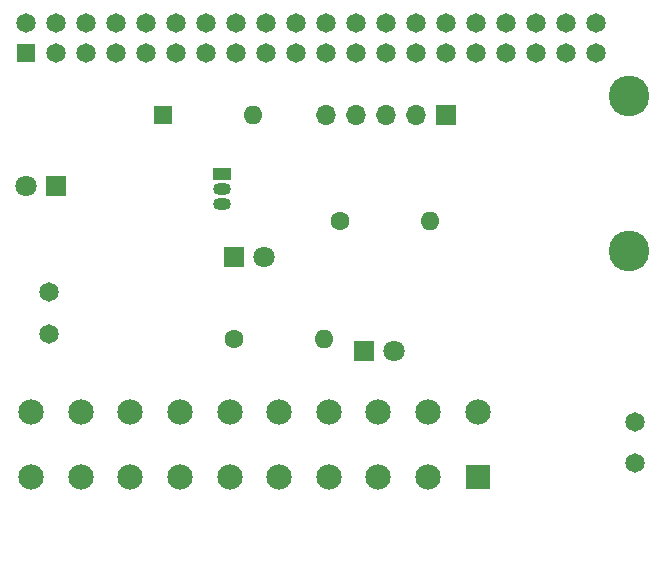
<source format=gbr>
%TF.GenerationSoftware,KiCad,Pcbnew,(6.0.9)*%
%TF.CreationDate,2022-12-10T23:12:21+01:00*%
%TF.ProjectId,ANET_ATX,414e4554-5f41-4545-982e-6b696361645f,rev?*%
%TF.SameCoordinates,Original*%
%TF.FileFunction,Soldermask,Bot*%
%TF.FilePolarity,Negative*%
%FSLAX46Y46*%
G04 Gerber Fmt 4.6, Leading zero omitted, Abs format (unit mm)*
G04 Created by KiCad (PCBNEW (6.0.9)) date 2022-12-10 23:12:21*
%MOMM*%
%LPD*%
G01*
G04 APERTURE LIST*
%ADD10R,1.600000X1.600000*%
%ADD11O,1.600000X1.600000*%
%ADD12C,1.650000*%
%ADD13C,0.001000*%
%ADD14R,2.150000X2.150000*%
%ADD15C,2.150000*%
%ADD16R,1.700000X1.700000*%
%ADD17O,1.700000X1.700000*%
%ADD18R,1.800000X1.800000*%
%ADD19C,1.800000*%
%ADD20C,1.600000*%
%ADD21C,3.450000*%
%ADD22R,1.650000X1.650000*%
%ADD23R,1.500000X1.050000*%
%ADD24O,1.500000X1.050000*%
G04 APERTURE END LIST*
D10*
%TO.C,SW1HWSTART1*%
X68000000Y-70000000D03*
D11*
X75620000Y-70000000D03*
%TD*%
D12*
%TO.C,J4*%
X107945000Y-96000000D03*
X107945000Y-99500000D03*
%TD*%
D13*
%TO.C,J2ATX1*%
X56850000Y-107950000D03*
X94650000Y-107950000D03*
D14*
X94650000Y-100650000D03*
D15*
X90450000Y-100650000D03*
X86250000Y-100650000D03*
X82050000Y-100650000D03*
X77850000Y-100650000D03*
X73650000Y-100650000D03*
X69450000Y-100650000D03*
X65250000Y-100650000D03*
X61050000Y-100650000D03*
X56850000Y-100650000D03*
X94650000Y-95150000D03*
X90450000Y-95150000D03*
X86250000Y-95150000D03*
X82050000Y-95150000D03*
X77850000Y-95150000D03*
X73650000Y-95150000D03*
X69450000Y-95150000D03*
X65250000Y-95150000D03*
X61050000Y-95150000D03*
X56850000Y-95150000D03*
%TD*%
D16*
%TO.C,J1*%
X92000000Y-70000000D03*
D17*
X89460000Y-70000000D03*
X86920000Y-70000000D03*
X84380000Y-70000000D03*
X81840000Y-70000000D03*
%TD*%
D18*
%TO.C,D1GPIO1*%
X74000000Y-82000000D03*
D19*
X76540000Y-82000000D03*
%TD*%
D20*
%TO.C,R2*%
X74000000Y-89000000D03*
D11*
X81620000Y-89000000D03*
%TD*%
D21*
%TO.C,J3USB1*%
X107475000Y-81545000D03*
X107475000Y-68405000D03*
%TD*%
D22*
%TO.C,J6RPI1*%
X56388000Y-64770000D03*
D12*
X56388000Y-62230000D03*
X58928000Y-64770000D03*
X58928000Y-62230000D03*
X61468000Y-64770000D03*
X61468000Y-62230000D03*
X64008000Y-64770000D03*
X64008000Y-62230000D03*
X66548000Y-64770000D03*
X66548000Y-62230000D03*
X69088000Y-64770000D03*
X69088000Y-62230000D03*
X71628000Y-64770000D03*
X71628000Y-62230000D03*
X74168000Y-64770000D03*
X74168000Y-62230000D03*
X76708000Y-64770000D03*
X76708000Y-62230000D03*
X79248000Y-64770000D03*
X79248000Y-62230000D03*
X81788000Y-64770000D03*
X81788000Y-62230000D03*
X84328000Y-64770000D03*
X84328000Y-62230000D03*
X86868000Y-64770000D03*
X86868000Y-62230000D03*
X89408000Y-64770000D03*
X89408000Y-62230000D03*
X91948000Y-64770000D03*
X91948000Y-62230000D03*
X94488000Y-64770000D03*
X94488000Y-62230000D03*
X97028000Y-64770000D03*
X97028000Y-62230000D03*
X99568000Y-64770000D03*
X99568000Y-62230000D03*
X102108000Y-64770000D03*
X102108000Y-62230000D03*
X104648000Y-64770000D03*
X104648000Y-62230000D03*
%TD*%
D23*
%TO.C,Q1*%
X73000000Y-75000000D03*
D24*
X73000000Y-76270000D03*
X73000000Y-77540000D03*
%TD*%
D20*
%TO.C,R1*%
X83000000Y-79000000D03*
D11*
X90620000Y-79000000D03*
%TD*%
D18*
%TO.C,D2SWSTART1*%
X85000000Y-90000000D03*
D19*
X87540000Y-90000000D03*
%TD*%
D12*
%TO.C,J5*%
X58345000Y-85025000D03*
X58345000Y-88525000D03*
%TD*%
D18*
%TO.C,D3POWER1*%
X59000000Y-76000000D03*
D19*
X56460000Y-76000000D03*
%TD*%
M02*

</source>
